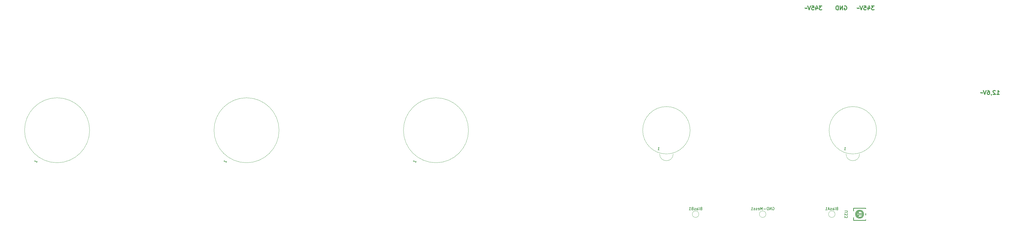
<source format=gbo>
G04 #@! TF.GenerationSoftware,KiCad,Pcbnew,9.0.4*
G04 #@! TF.CreationDate,2025-10-07T22:59:05+02:00*
G04 #@! TF.ProjectId,wb50,77623530-2e6b-4696-9361-645f70636258,rev?*
G04 #@! TF.SameCoordinates,Original*
G04 #@! TF.FileFunction,Legend,Bot*
G04 #@! TF.FilePolarity,Positive*
%FSLAX46Y46*%
G04 Gerber Fmt 4.6, Leading zero omitted, Abs format (unit mm)*
G04 Created by KiCad (PCBNEW 9.0.4) date 2025-10-07 22:59:05*
%MOMM*%
%LPD*%
G01*
G04 APERTURE LIST*
%ADD10C,0.300000*%
%ADD11C,0.150000*%
%ADD12C,0.120000*%
%ADD13C,0.254001*%
%ADD14C,0.059995*%
%ADD15C,3.900000*%
%ADD16C,7.000000*%
%ADD17C,1.800000*%
%ADD18C,3.000000*%
%ADD19C,2.100000*%
%ADD20C,1.300000*%
%ADD21C,2.600000*%
%ADD22C,1.400000*%
%ADD23C,1.600000*%
%ADD24C,4.000000*%
%ADD25C,1.700000*%
%ADD26C,3.800000*%
%ADD27C,1.879604*%
%ADD28C,1.524003*%
%ADD29C,1.500000*%
%ADD30C,3.200000*%
%ADD31C,2.300000*%
%ADD32C,2.000000*%
%ADD33C,2.500000*%
%ADD34C,2.200000*%
%ADD35R,1.800000X2.600000*%
%ADD36O,1.800000X2.600000*%
%ADD37C,3.500000*%
%ADD38C,2.800000*%
%ADD39R,1.400000X1.300000*%
%ADD40R,1.400000X2.000000*%
G04 APERTURE END LIST*
D10*
X457338346Y-179050828D02*
X456409774Y-179050828D01*
X456409774Y-179050828D02*
X456909774Y-179622257D01*
X456909774Y-179622257D02*
X456695489Y-179622257D01*
X456695489Y-179622257D02*
X456552632Y-179693685D01*
X456552632Y-179693685D02*
X456481203Y-179765114D01*
X456481203Y-179765114D02*
X456409774Y-179907971D01*
X456409774Y-179907971D02*
X456409774Y-180265114D01*
X456409774Y-180265114D02*
X456481203Y-180407971D01*
X456481203Y-180407971D02*
X456552632Y-180479400D01*
X456552632Y-180479400D02*
X456695489Y-180550828D01*
X456695489Y-180550828D02*
X457124060Y-180550828D01*
X457124060Y-180550828D02*
X457266917Y-180479400D01*
X457266917Y-180479400D02*
X457338346Y-180407971D01*
X455124061Y-179550828D02*
X455124061Y-180550828D01*
X455481203Y-178979400D02*
X455838346Y-180050828D01*
X455838346Y-180050828D02*
X454909775Y-180050828D01*
X453624061Y-179050828D02*
X454338347Y-179050828D01*
X454338347Y-179050828D02*
X454409775Y-179765114D01*
X454409775Y-179765114D02*
X454338347Y-179693685D01*
X454338347Y-179693685D02*
X454195490Y-179622257D01*
X454195490Y-179622257D02*
X453838347Y-179622257D01*
X453838347Y-179622257D02*
X453695490Y-179693685D01*
X453695490Y-179693685D02*
X453624061Y-179765114D01*
X453624061Y-179765114D02*
X453552632Y-179907971D01*
X453552632Y-179907971D02*
X453552632Y-180265114D01*
X453552632Y-180265114D02*
X453624061Y-180407971D01*
X453624061Y-180407971D02*
X453695490Y-180479400D01*
X453695490Y-180479400D02*
X453838347Y-180550828D01*
X453838347Y-180550828D02*
X454195490Y-180550828D01*
X454195490Y-180550828D02*
X454338347Y-180479400D01*
X454338347Y-180479400D02*
X454409775Y-180407971D01*
X453124061Y-179050828D02*
X452624061Y-180550828D01*
X452624061Y-180550828D02*
X452124061Y-179050828D01*
X451838347Y-179979400D02*
X451766919Y-179907971D01*
X451766919Y-179907971D02*
X451624062Y-179836542D01*
X451624062Y-179836542D02*
X451338347Y-179979400D01*
X451338347Y-179979400D02*
X451195490Y-179907971D01*
X451195490Y-179907971D02*
X451124062Y-179836542D01*
X521909774Y-211800828D02*
X522766917Y-211800828D01*
X522338346Y-211800828D02*
X522338346Y-210300828D01*
X522338346Y-210300828D02*
X522481203Y-210515114D01*
X522481203Y-210515114D02*
X522624060Y-210657971D01*
X522624060Y-210657971D02*
X522766917Y-210729400D01*
X521338346Y-210443685D02*
X521266918Y-210372257D01*
X521266918Y-210372257D02*
X521124061Y-210300828D01*
X521124061Y-210300828D02*
X520766918Y-210300828D01*
X520766918Y-210300828D02*
X520624061Y-210372257D01*
X520624061Y-210372257D02*
X520552632Y-210443685D01*
X520552632Y-210443685D02*
X520481203Y-210586542D01*
X520481203Y-210586542D02*
X520481203Y-210729400D01*
X520481203Y-210729400D02*
X520552632Y-210943685D01*
X520552632Y-210943685D02*
X521409775Y-211800828D01*
X521409775Y-211800828D02*
X520481203Y-211800828D01*
X519766918Y-211729400D02*
X519766918Y-211800828D01*
X519766918Y-211800828D02*
X519838347Y-211943685D01*
X519838347Y-211943685D02*
X519909775Y-212015114D01*
X518481204Y-210300828D02*
X518766918Y-210300828D01*
X518766918Y-210300828D02*
X518909775Y-210372257D01*
X518909775Y-210372257D02*
X518981204Y-210443685D01*
X518981204Y-210443685D02*
X519124061Y-210657971D01*
X519124061Y-210657971D02*
X519195489Y-210943685D01*
X519195489Y-210943685D02*
X519195489Y-211515114D01*
X519195489Y-211515114D02*
X519124061Y-211657971D01*
X519124061Y-211657971D02*
X519052632Y-211729400D01*
X519052632Y-211729400D02*
X518909775Y-211800828D01*
X518909775Y-211800828D02*
X518624061Y-211800828D01*
X518624061Y-211800828D02*
X518481204Y-211729400D01*
X518481204Y-211729400D02*
X518409775Y-211657971D01*
X518409775Y-211657971D02*
X518338346Y-211515114D01*
X518338346Y-211515114D02*
X518338346Y-211157971D01*
X518338346Y-211157971D02*
X518409775Y-211015114D01*
X518409775Y-211015114D02*
X518481204Y-210943685D01*
X518481204Y-210943685D02*
X518624061Y-210872257D01*
X518624061Y-210872257D02*
X518909775Y-210872257D01*
X518909775Y-210872257D02*
X519052632Y-210943685D01*
X519052632Y-210943685D02*
X519124061Y-211015114D01*
X519124061Y-211015114D02*
X519195489Y-211157971D01*
X517909775Y-210300828D02*
X517409775Y-211800828D01*
X517409775Y-211800828D02*
X516909775Y-210300828D01*
X516624061Y-211229400D02*
X516552633Y-211157971D01*
X516552633Y-211157971D02*
X516409776Y-211086542D01*
X516409776Y-211086542D02*
X516124061Y-211229400D01*
X516124061Y-211229400D02*
X515981204Y-211157971D01*
X515981204Y-211157971D02*
X515909776Y-211086542D01*
X476588346Y-179050828D02*
X475659774Y-179050828D01*
X475659774Y-179050828D02*
X476159774Y-179622257D01*
X476159774Y-179622257D02*
X475945489Y-179622257D01*
X475945489Y-179622257D02*
X475802632Y-179693685D01*
X475802632Y-179693685D02*
X475731203Y-179765114D01*
X475731203Y-179765114D02*
X475659774Y-179907971D01*
X475659774Y-179907971D02*
X475659774Y-180265114D01*
X475659774Y-180265114D02*
X475731203Y-180407971D01*
X475731203Y-180407971D02*
X475802632Y-180479400D01*
X475802632Y-180479400D02*
X475945489Y-180550828D01*
X475945489Y-180550828D02*
X476374060Y-180550828D01*
X476374060Y-180550828D02*
X476516917Y-180479400D01*
X476516917Y-180479400D02*
X476588346Y-180407971D01*
X474374061Y-179550828D02*
X474374061Y-180550828D01*
X474731203Y-178979400D02*
X475088346Y-180050828D01*
X475088346Y-180050828D02*
X474159775Y-180050828D01*
X472874061Y-179050828D02*
X473588347Y-179050828D01*
X473588347Y-179050828D02*
X473659775Y-179765114D01*
X473659775Y-179765114D02*
X473588347Y-179693685D01*
X473588347Y-179693685D02*
X473445490Y-179622257D01*
X473445490Y-179622257D02*
X473088347Y-179622257D01*
X473088347Y-179622257D02*
X472945490Y-179693685D01*
X472945490Y-179693685D02*
X472874061Y-179765114D01*
X472874061Y-179765114D02*
X472802632Y-179907971D01*
X472802632Y-179907971D02*
X472802632Y-180265114D01*
X472802632Y-180265114D02*
X472874061Y-180407971D01*
X472874061Y-180407971D02*
X472945490Y-180479400D01*
X472945490Y-180479400D02*
X473088347Y-180550828D01*
X473088347Y-180550828D02*
X473445490Y-180550828D01*
X473445490Y-180550828D02*
X473588347Y-180479400D01*
X473588347Y-180479400D02*
X473659775Y-180407971D01*
X472374061Y-179050828D02*
X471874061Y-180550828D01*
X471874061Y-180550828D02*
X471374061Y-179050828D01*
X471088347Y-179979400D02*
X471016919Y-179907971D01*
X471016919Y-179907971D02*
X470874062Y-179836542D01*
X470874062Y-179836542D02*
X470588347Y-179979400D01*
X470588347Y-179979400D02*
X470445490Y-179907971D01*
X470445490Y-179907971D02*
X470374062Y-179836542D01*
X465659774Y-179122257D02*
X465802632Y-179050828D01*
X465802632Y-179050828D02*
X466016917Y-179050828D01*
X466016917Y-179050828D02*
X466231203Y-179122257D01*
X466231203Y-179122257D02*
X466374060Y-179265114D01*
X466374060Y-179265114D02*
X466445489Y-179407971D01*
X466445489Y-179407971D02*
X466516917Y-179693685D01*
X466516917Y-179693685D02*
X466516917Y-179907971D01*
X466516917Y-179907971D02*
X466445489Y-180193685D01*
X466445489Y-180193685D02*
X466374060Y-180336542D01*
X466374060Y-180336542D02*
X466231203Y-180479400D01*
X466231203Y-180479400D02*
X466016917Y-180550828D01*
X466016917Y-180550828D02*
X465874060Y-180550828D01*
X465874060Y-180550828D02*
X465659774Y-180479400D01*
X465659774Y-180479400D02*
X465588346Y-180407971D01*
X465588346Y-180407971D02*
X465588346Y-179907971D01*
X465588346Y-179907971D02*
X465874060Y-179907971D01*
X464945489Y-180550828D02*
X464945489Y-179050828D01*
X464945489Y-179050828D02*
X464088346Y-180550828D01*
X464088346Y-180550828D02*
X464088346Y-179050828D01*
X463374060Y-180550828D02*
X463374060Y-179050828D01*
X463374060Y-179050828D02*
X463016917Y-179050828D01*
X463016917Y-179050828D02*
X462802631Y-179122257D01*
X462802631Y-179122257D02*
X462659774Y-179265114D01*
X462659774Y-179265114D02*
X462588345Y-179407971D01*
X462588345Y-179407971D02*
X462516917Y-179693685D01*
X462516917Y-179693685D02*
X462516917Y-179907971D01*
X462516917Y-179907971D02*
X462588345Y-180193685D01*
X462588345Y-180193685D02*
X462659774Y-180336542D01*
X462659774Y-180336542D02*
X462802631Y-180479400D01*
X462802631Y-180479400D02*
X463016917Y-180550828D01*
X463016917Y-180550828D02*
X463374060Y-180550828D01*
D11*
X465564285Y-232254819D02*
X466135713Y-232254819D01*
X465849999Y-232254819D02*
X465849999Y-231254819D01*
X465849999Y-231254819D02*
X465945237Y-231397676D01*
X465945237Y-231397676D02*
X466040475Y-231492914D01*
X466040475Y-231492914D02*
X466135713Y-231540533D01*
X396814285Y-232254819D02*
X397385713Y-232254819D01*
X397099999Y-232254819D02*
X397099999Y-231254819D01*
X397099999Y-231254819D02*
X397195237Y-231397676D01*
X397195237Y-231397676D02*
X397290475Y-231492914D01*
X397290475Y-231492914D02*
X397385713Y-231540533D01*
X237619319Y-236951268D02*
X237795901Y-236407807D01*
X237707610Y-236679538D02*
X236756553Y-236370521D01*
X236756553Y-236370521D02*
X236921849Y-236324089D01*
X236921849Y-236324089D02*
X237041856Y-236262943D01*
X237041856Y-236262943D02*
X237116574Y-236187081D01*
X462928571Y-253933009D02*
X462785714Y-253980628D01*
X462785714Y-253980628D02*
X462738095Y-254028247D01*
X462738095Y-254028247D02*
X462690476Y-254123485D01*
X462690476Y-254123485D02*
X462690476Y-254266342D01*
X462690476Y-254266342D02*
X462738095Y-254361580D01*
X462738095Y-254361580D02*
X462785714Y-254409200D01*
X462785714Y-254409200D02*
X462880952Y-254456819D01*
X462880952Y-254456819D02*
X463261904Y-254456819D01*
X463261904Y-254456819D02*
X463261904Y-253456819D01*
X463261904Y-253456819D02*
X462928571Y-253456819D01*
X462928571Y-253456819D02*
X462833333Y-253504438D01*
X462833333Y-253504438D02*
X462785714Y-253552057D01*
X462785714Y-253552057D02*
X462738095Y-253647295D01*
X462738095Y-253647295D02*
X462738095Y-253742533D01*
X462738095Y-253742533D02*
X462785714Y-253837771D01*
X462785714Y-253837771D02*
X462833333Y-253885390D01*
X462833333Y-253885390D02*
X462928571Y-253933009D01*
X462928571Y-253933009D02*
X463261904Y-253933009D01*
X462261904Y-254456819D02*
X462261904Y-253790152D01*
X462261904Y-253456819D02*
X462309523Y-253504438D01*
X462309523Y-253504438D02*
X462261904Y-253552057D01*
X462261904Y-253552057D02*
X462214285Y-253504438D01*
X462214285Y-253504438D02*
X462261904Y-253456819D01*
X462261904Y-253456819D02*
X462261904Y-253552057D01*
X461357143Y-254456819D02*
X461357143Y-253933009D01*
X461357143Y-253933009D02*
X461404762Y-253837771D01*
X461404762Y-253837771D02*
X461500000Y-253790152D01*
X461500000Y-253790152D02*
X461690476Y-253790152D01*
X461690476Y-253790152D02*
X461785714Y-253837771D01*
X461357143Y-254409200D02*
X461452381Y-254456819D01*
X461452381Y-254456819D02*
X461690476Y-254456819D01*
X461690476Y-254456819D02*
X461785714Y-254409200D01*
X461785714Y-254409200D02*
X461833333Y-254313961D01*
X461833333Y-254313961D02*
X461833333Y-254218723D01*
X461833333Y-254218723D02*
X461785714Y-254123485D01*
X461785714Y-254123485D02*
X461690476Y-254075866D01*
X461690476Y-254075866D02*
X461452381Y-254075866D01*
X461452381Y-254075866D02*
X461357143Y-254028247D01*
X460928571Y-254409200D02*
X460833333Y-254456819D01*
X460833333Y-254456819D02*
X460642857Y-254456819D01*
X460642857Y-254456819D02*
X460547619Y-254409200D01*
X460547619Y-254409200D02*
X460500000Y-254313961D01*
X460500000Y-254313961D02*
X460500000Y-254266342D01*
X460500000Y-254266342D02*
X460547619Y-254171104D01*
X460547619Y-254171104D02*
X460642857Y-254123485D01*
X460642857Y-254123485D02*
X460785714Y-254123485D01*
X460785714Y-254123485D02*
X460880952Y-254075866D01*
X460880952Y-254075866D02*
X460928571Y-253980628D01*
X460928571Y-253980628D02*
X460928571Y-253933009D01*
X460928571Y-253933009D02*
X460880952Y-253837771D01*
X460880952Y-253837771D02*
X460785714Y-253790152D01*
X460785714Y-253790152D02*
X460642857Y-253790152D01*
X460642857Y-253790152D02*
X460547619Y-253837771D01*
X460119047Y-254171104D02*
X459642857Y-254171104D01*
X460214285Y-254456819D02*
X459880952Y-253456819D01*
X459880952Y-253456819D02*
X459547619Y-254456819D01*
X458690476Y-254456819D02*
X459261904Y-254456819D01*
X458976190Y-254456819D02*
X458976190Y-253456819D01*
X458976190Y-253456819D02*
X459071428Y-253599676D01*
X459071428Y-253599676D02*
X459166666Y-253694914D01*
X459166666Y-253694914D02*
X459261904Y-253742533D01*
X439166666Y-253504438D02*
X439261904Y-253456819D01*
X439261904Y-253456819D02*
X439404761Y-253456819D01*
X439404761Y-253456819D02*
X439547618Y-253504438D01*
X439547618Y-253504438D02*
X439642856Y-253599676D01*
X439642856Y-253599676D02*
X439690475Y-253694914D01*
X439690475Y-253694914D02*
X439738094Y-253885390D01*
X439738094Y-253885390D02*
X439738094Y-254028247D01*
X439738094Y-254028247D02*
X439690475Y-254218723D01*
X439690475Y-254218723D02*
X439642856Y-254313961D01*
X439642856Y-254313961D02*
X439547618Y-254409200D01*
X439547618Y-254409200D02*
X439404761Y-254456819D01*
X439404761Y-254456819D02*
X439309523Y-254456819D01*
X439309523Y-254456819D02*
X439166666Y-254409200D01*
X439166666Y-254409200D02*
X439119047Y-254361580D01*
X439119047Y-254361580D02*
X439119047Y-254028247D01*
X439119047Y-254028247D02*
X439309523Y-254028247D01*
X438690475Y-254456819D02*
X438690475Y-253456819D01*
X438690475Y-253456819D02*
X438119047Y-254456819D01*
X438119047Y-254456819D02*
X438119047Y-253456819D01*
X437642856Y-254456819D02*
X437642856Y-253456819D01*
X437642856Y-253456819D02*
X437404761Y-253456819D01*
X437404761Y-253456819D02*
X437261904Y-253504438D01*
X437261904Y-253504438D02*
X437166666Y-253599676D01*
X437166666Y-253599676D02*
X437119047Y-253694914D01*
X437119047Y-253694914D02*
X437071428Y-253885390D01*
X437071428Y-253885390D02*
X437071428Y-254028247D01*
X437071428Y-254028247D02*
X437119047Y-254218723D01*
X437119047Y-254218723D02*
X437166666Y-254313961D01*
X437166666Y-254313961D02*
X437261904Y-254409200D01*
X437261904Y-254409200D02*
X437404761Y-254456819D01*
X437404761Y-254456819D02*
X437642856Y-254456819D01*
X436642856Y-254075866D02*
X435880952Y-254075866D01*
X435404761Y-254456819D02*
X435404761Y-253456819D01*
X435404761Y-253456819D02*
X435071428Y-254171104D01*
X435071428Y-254171104D02*
X434738095Y-253456819D01*
X434738095Y-253456819D02*
X434738095Y-254456819D01*
X433880952Y-254409200D02*
X433976190Y-254456819D01*
X433976190Y-254456819D02*
X434166666Y-254456819D01*
X434166666Y-254456819D02*
X434261904Y-254409200D01*
X434261904Y-254409200D02*
X434309523Y-254313961D01*
X434309523Y-254313961D02*
X434309523Y-253933009D01*
X434309523Y-253933009D02*
X434261904Y-253837771D01*
X434261904Y-253837771D02*
X434166666Y-253790152D01*
X434166666Y-253790152D02*
X433976190Y-253790152D01*
X433976190Y-253790152D02*
X433880952Y-253837771D01*
X433880952Y-253837771D02*
X433833333Y-253933009D01*
X433833333Y-253933009D02*
X433833333Y-254028247D01*
X433833333Y-254028247D02*
X434309523Y-254123485D01*
X433452380Y-254409200D02*
X433357142Y-254456819D01*
X433357142Y-254456819D02*
X433166666Y-254456819D01*
X433166666Y-254456819D02*
X433071428Y-254409200D01*
X433071428Y-254409200D02*
X433023809Y-254313961D01*
X433023809Y-254313961D02*
X433023809Y-254266342D01*
X433023809Y-254266342D02*
X433071428Y-254171104D01*
X433071428Y-254171104D02*
X433166666Y-254123485D01*
X433166666Y-254123485D02*
X433309523Y-254123485D01*
X433309523Y-254123485D02*
X433404761Y-254075866D01*
X433404761Y-254075866D02*
X433452380Y-253980628D01*
X433452380Y-253980628D02*
X433452380Y-253933009D01*
X433452380Y-253933009D02*
X433404761Y-253837771D01*
X433404761Y-253837771D02*
X433309523Y-253790152D01*
X433309523Y-253790152D02*
X433166666Y-253790152D01*
X433166666Y-253790152D02*
X433071428Y-253837771D01*
X432642856Y-254409200D02*
X432547618Y-254456819D01*
X432547618Y-254456819D02*
X432357142Y-254456819D01*
X432357142Y-254456819D02*
X432261904Y-254409200D01*
X432261904Y-254409200D02*
X432214285Y-254313961D01*
X432214285Y-254313961D02*
X432214285Y-254266342D01*
X432214285Y-254266342D02*
X432261904Y-254171104D01*
X432261904Y-254171104D02*
X432357142Y-254123485D01*
X432357142Y-254123485D02*
X432499999Y-254123485D01*
X432499999Y-254123485D02*
X432595237Y-254075866D01*
X432595237Y-254075866D02*
X432642856Y-253980628D01*
X432642856Y-253980628D02*
X432642856Y-253933009D01*
X432642856Y-253933009D02*
X432595237Y-253837771D01*
X432595237Y-253837771D02*
X432499999Y-253790152D01*
X432499999Y-253790152D02*
X432357142Y-253790152D01*
X432357142Y-253790152D02*
X432261904Y-253837771D01*
X431261904Y-254456819D02*
X431833332Y-254456819D01*
X431547618Y-254456819D02*
X431547618Y-253456819D01*
X431547618Y-253456819D02*
X431642856Y-253599676D01*
X431642856Y-253599676D02*
X431738094Y-253694914D01*
X431738094Y-253694914D02*
X431833332Y-253742533D01*
X167744320Y-236951268D02*
X167920902Y-236407807D01*
X167832611Y-236679538D02*
X166881554Y-236370521D01*
X166881554Y-236370521D02*
X167046850Y-236324089D01*
X167046850Y-236324089D02*
X167166857Y-236262943D01*
X167166857Y-236262943D02*
X167241575Y-236187081D01*
X307494319Y-236951268D02*
X307670901Y-236407807D01*
X307582610Y-236679538D02*
X306631553Y-236370521D01*
X306631553Y-236370521D02*
X306796849Y-236324089D01*
X306796849Y-236324089D02*
X306916856Y-236262943D01*
X306916856Y-236262943D02*
X306991574Y-236187081D01*
X465804870Y-254761905D02*
X466614393Y-254761905D01*
X466614393Y-254761905D02*
X466709631Y-254809524D01*
X466709631Y-254809524D02*
X466757251Y-254857143D01*
X466757251Y-254857143D02*
X466804870Y-254952381D01*
X466804870Y-254952381D02*
X466804870Y-255142857D01*
X466804870Y-255142857D02*
X466757251Y-255238095D01*
X466757251Y-255238095D02*
X466709631Y-255285714D01*
X466709631Y-255285714D02*
X466614393Y-255333333D01*
X466614393Y-255333333D02*
X465804870Y-255333333D01*
X465804870Y-255714286D02*
X465804870Y-256333333D01*
X465804870Y-256333333D02*
X466185822Y-256000000D01*
X466185822Y-256000000D02*
X466185822Y-256142857D01*
X466185822Y-256142857D02*
X466233441Y-256238095D01*
X466233441Y-256238095D02*
X466281060Y-256285714D01*
X466281060Y-256285714D02*
X466376298Y-256333333D01*
X466376298Y-256333333D02*
X466614393Y-256333333D01*
X466614393Y-256333333D02*
X466709631Y-256285714D01*
X466709631Y-256285714D02*
X466757251Y-256238095D01*
X466757251Y-256238095D02*
X466804870Y-256142857D01*
X466804870Y-256142857D02*
X466804870Y-255857143D01*
X466804870Y-255857143D02*
X466757251Y-255761905D01*
X466757251Y-255761905D02*
X466709631Y-255714286D01*
X465804870Y-256666667D02*
X465804870Y-257285714D01*
X465804870Y-257285714D02*
X466185822Y-256952381D01*
X466185822Y-256952381D02*
X466185822Y-257095238D01*
X466185822Y-257095238D02*
X466233441Y-257190476D01*
X466233441Y-257190476D02*
X466281060Y-257238095D01*
X466281060Y-257238095D02*
X466376298Y-257285714D01*
X466376298Y-257285714D02*
X466614393Y-257285714D01*
X466614393Y-257285714D02*
X466709631Y-257238095D01*
X466709631Y-257238095D02*
X466757251Y-257190476D01*
X466757251Y-257190476D02*
X466804870Y-257095238D01*
X466804870Y-257095238D02*
X466804870Y-256809524D01*
X466804870Y-256809524D02*
X466757251Y-256714286D01*
X466757251Y-256714286D02*
X466709631Y-256666667D01*
X412749999Y-253933009D02*
X412607142Y-253980628D01*
X412607142Y-253980628D02*
X412559523Y-254028247D01*
X412559523Y-254028247D02*
X412511904Y-254123485D01*
X412511904Y-254123485D02*
X412511904Y-254266342D01*
X412511904Y-254266342D02*
X412559523Y-254361580D01*
X412559523Y-254361580D02*
X412607142Y-254409200D01*
X412607142Y-254409200D02*
X412702380Y-254456819D01*
X412702380Y-254456819D02*
X413083332Y-254456819D01*
X413083332Y-254456819D02*
X413083332Y-253456819D01*
X413083332Y-253456819D02*
X412749999Y-253456819D01*
X412749999Y-253456819D02*
X412654761Y-253504438D01*
X412654761Y-253504438D02*
X412607142Y-253552057D01*
X412607142Y-253552057D02*
X412559523Y-253647295D01*
X412559523Y-253647295D02*
X412559523Y-253742533D01*
X412559523Y-253742533D02*
X412607142Y-253837771D01*
X412607142Y-253837771D02*
X412654761Y-253885390D01*
X412654761Y-253885390D02*
X412749999Y-253933009D01*
X412749999Y-253933009D02*
X413083332Y-253933009D01*
X412083332Y-254456819D02*
X412083332Y-253790152D01*
X412083332Y-253456819D02*
X412130951Y-253504438D01*
X412130951Y-253504438D02*
X412083332Y-253552057D01*
X412083332Y-253552057D02*
X412035713Y-253504438D01*
X412035713Y-253504438D02*
X412083332Y-253456819D01*
X412083332Y-253456819D02*
X412083332Y-253552057D01*
X411178571Y-254456819D02*
X411178571Y-253933009D01*
X411178571Y-253933009D02*
X411226190Y-253837771D01*
X411226190Y-253837771D02*
X411321428Y-253790152D01*
X411321428Y-253790152D02*
X411511904Y-253790152D01*
X411511904Y-253790152D02*
X411607142Y-253837771D01*
X411178571Y-254409200D02*
X411273809Y-254456819D01*
X411273809Y-254456819D02*
X411511904Y-254456819D01*
X411511904Y-254456819D02*
X411607142Y-254409200D01*
X411607142Y-254409200D02*
X411654761Y-254313961D01*
X411654761Y-254313961D02*
X411654761Y-254218723D01*
X411654761Y-254218723D02*
X411607142Y-254123485D01*
X411607142Y-254123485D02*
X411511904Y-254075866D01*
X411511904Y-254075866D02*
X411273809Y-254075866D01*
X411273809Y-254075866D02*
X411178571Y-254028247D01*
X410749999Y-254409200D02*
X410654761Y-254456819D01*
X410654761Y-254456819D02*
X410464285Y-254456819D01*
X410464285Y-254456819D02*
X410369047Y-254409200D01*
X410369047Y-254409200D02*
X410321428Y-254313961D01*
X410321428Y-254313961D02*
X410321428Y-254266342D01*
X410321428Y-254266342D02*
X410369047Y-254171104D01*
X410369047Y-254171104D02*
X410464285Y-254123485D01*
X410464285Y-254123485D02*
X410607142Y-254123485D01*
X410607142Y-254123485D02*
X410702380Y-254075866D01*
X410702380Y-254075866D02*
X410749999Y-253980628D01*
X410749999Y-253980628D02*
X410749999Y-253933009D01*
X410749999Y-253933009D02*
X410702380Y-253837771D01*
X410702380Y-253837771D02*
X410607142Y-253790152D01*
X410607142Y-253790152D02*
X410464285Y-253790152D01*
X410464285Y-253790152D02*
X410369047Y-253837771D01*
X409559523Y-253933009D02*
X409416666Y-253980628D01*
X409416666Y-253980628D02*
X409369047Y-254028247D01*
X409369047Y-254028247D02*
X409321428Y-254123485D01*
X409321428Y-254123485D02*
X409321428Y-254266342D01*
X409321428Y-254266342D02*
X409369047Y-254361580D01*
X409369047Y-254361580D02*
X409416666Y-254409200D01*
X409416666Y-254409200D02*
X409511904Y-254456819D01*
X409511904Y-254456819D02*
X409892856Y-254456819D01*
X409892856Y-254456819D02*
X409892856Y-253456819D01*
X409892856Y-253456819D02*
X409559523Y-253456819D01*
X409559523Y-253456819D02*
X409464285Y-253504438D01*
X409464285Y-253504438D02*
X409416666Y-253552057D01*
X409416666Y-253552057D02*
X409369047Y-253647295D01*
X409369047Y-253647295D02*
X409369047Y-253742533D01*
X409369047Y-253742533D02*
X409416666Y-253837771D01*
X409416666Y-253837771D02*
X409464285Y-253885390D01*
X409464285Y-253885390D02*
X409559523Y-253933009D01*
X409559523Y-253933009D02*
X409892856Y-253933009D01*
X408369047Y-254456819D02*
X408940475Y-254456819D01*
X408654761Y-254456819D02*
X408654761Y-253456819D01*
X408654761Y-253456819D02*
X408749999Y-253599676D01*
X408749999Y-253599676D02*
X408845237Y-253694914D01*
X408845237Y-253694914D02*
X408940475Y-253742533D01*
D12*
G04 #@! TO.C,V4*
X471250000Y-233750000D02*
G75*
G02*
X466250000Y-233750000I-2500000J0D01*
G01*
X477500000Y-225000000D02*
G75*
G02*
X460000000Y-225000000I-8750000J0D01*
G01*
X460000000Y-225000000D02*
G75*
G02*
X477500000Y-225000000I8750000J0D01*
G01*
G04 #@! TO.C,V5*
X402500000Y-233750000D02*
G75*
G02*
X397500000Y-233750000I-2500000J0D01*
G01*
X408750000Y-225000000D02*
G75*
G02*
X391250000Y-225000000I-8750000J0D01*
G01*
X391250000Y-225000000D02*
G75*
G02*
X408750000Y-225000000I8750000J0D01*
G01*
G04 #@! TO.C,V2*
X257125000Y-225000000D02*
G75*
G02*
X233125000Y-225000000I-12000000J0D01*
G01*
X233125000Y-225000000D02*
G75*
G02*
X257125000Y-225000000I12000000J0D01*
G01*
G04 #@! TO.C,BiasA1*
X462200000Y-256000000D02*
G75*
G02*
X459800000Y-256000000I-1200000J0D01*
G01*
X459800000Y-256000000D02*
G75*
G02*
X462200000Y-256000000I1200000J0D01*
G01*
G04 #@! TO.C,GND-Mess1*
X436700000Y-256000000D02*
G75*
G02*
X434300000Y-256000000I-1200000J0D01*
G01*
X434300000Y-256000000D02*
G75*
G02*
X436700000Y-256000000I1200000J0D01*
G01*
G04 #@! TO.C,V1*
X187250000Y-225000000D02*
G75*
G02*
X163250000Y-225000000I-12000000J0D01*
G01*
X163250000Y-225000000D02*
G75*
G02*
X187250000Y-225000000I12000000J0D01*
G01*
G04 #@! TO.C,V3*
X327000000Y-225000000D02*
G75*
G02*
X303000000Y-225000000I-12000000J0D01*
G01*
X303000000Y-225000000D02*
G75*
G02*
X327000000Y-225000000I12000000J0D01*
G01*
D13*
G04 #@! TO.C,U33*
X468999911Y-253749987D02*
X473499962Y-253749987D01*
X473499962Y-253749987D02*
X473499962Y-253968834D01*
X468999911Y-254768860D02*
X468999911Y-253749987D01*
X473499962Y-255731140D02*
X473499962Y-256268860D01*
X470233947Y-255745999D02*
X472265951Y-255745999D01*
X470233947Y-256254001D02*
X472265951Y-256254001D01*
X473499962Y-258031166D02*
X473499962Y-258159004D01*
X468999911Y-258250013D02*
X468999911Y-257231140D01*
X468999911Y-258250013D02*
X473499962Y-258250013D01*
X470868872Y-255364999D02*
G75*
G02*
X470614872Y-255364999I-127000J0D01*
G01*
X470614872Y-255364999D02*
G75*
G02*
X470868872Y-255364999I127000J0D01*
G01*
X472385763Y-256000000D02*
G75*
G02*
X470113983Y-256000000I-1135890J0D01*
G01*
X470113983Y-256000000D02*
G75*
G02*
X472385763Y-256000000I1135890J0D01*
G01*
X472730950Y-256000000D02*
G75*
G02*
X469768796Y-256000000I-1481077J0D01*
G01*
X469768796Y-256000000D02*
G75*
G02*
X472730950Y-256000000I1481077J0D01*
G01*
X470868873Y-256635001D02*
G75*
G02*
X470614871Y-256635001I-127001J0D01*
G01*
X470614871Y-256635001D02*
G75*
G02*
X470868873Y-256635001I127001J0D01*
G01*
D14*
X474379997Y-258250013D02*
G75*
G02*
X474320003Y-258250013I-29997J0D01*
G01*
X474320003Y-258250013D02*
G75*
G02*
X474379997Y-258250013I29997J0D01*
G01*
D12*
G04 #@! TO.C,BiasB1*
X411950000Y-256000000D02*
G75*
G02*
X409550000Y-256000000I-1200000J0D01*
G01*
X409550000Y-256000000D02*
G75*
G02*
X411950000Y-256000000I1200000J0D01*
G01*
G04 #@! TD*
%LPC*%
D15*
G04 #@! TO.C,MH8*
X361500000Y-152000000D03*
D16*
X361500000Y-152000000D03*
G04 #@! TD*
D15*
G04 #@! TO.C,MH7*
X217500000Y-152000000D03*
D16*
X217500000Y-152000000D03*
G04 #@! TD*
D15*
G04 #@! TO.C,MH6*
X520500000Y-226500000D03*
D16*
X520500000Y-226500000D03*
G04 #@! TD*
D15*
G04 #@! TO.C,MH5*
X520500000Y-269750000D03*
D16*
X520500000Y-269750000D03*
G04 #@! TD*
D15*
G04 #@! TO.C,MH4*
X123750000Y-262500000D03*
D16*
X123750000Y-262500000D03*
G04 #@! TD*
D15*
G04 #@! TO.C,MH3*
X123750000Y-200500000D03*
D16*
X123750000Y-200500000D03*
G04 #@! TD*
D17*
G04 #@! TO.C,R7*
X205500000Y-254750000D03*
X205500000Y-269750000D03*
G04 #@! TD*
G04 #@! TO.C,D4*
X211850013Y-236750000D03*
X203149987Y-236750000D03*
G04 #@! TD*
D18*
G04 #@! TO.C,X-BS-2*
X268000000Y-260750000D03*
G04 #@! TD*
D19*
G04 #@! TO.C,C10*
X312750000Y-182250000D03*
X312750000Y-177250000D03*
G04 #@! TD*
D20*
G04 #@! TO.C,R17*
X301150114Y-228250000D03*
X290849886Y-228250000D03*
G04 #@! TD*
G04 #@! TO.C,C1*
X501750000Y-199500000D03*
X503750000Y-199500000D03*
G04 #@! TD*
D17*
G04 #@! TO.C,R16*
X333000000Y-253500000D03*
X333000000Y-238500000D03*
G04 #@! TD*
D19*
G04 #@! TO.C,RELAY1*
X210790005Y-250830010D03*
X210790005Y-248290005D03*
X210790005Y-240669990D03*
X205709995Y-240669990D03*
X205709995Y-248290005D03*
X205709995Y-250830010D03*
G04 #@! TD*
D21*
G04 #@! TO.C,J1*
X151000000Y-269500000D03*
X151000000Y-263200000D03*
X151000000Y-256900000D03*
X134800000Y-256900000D03*
X134800000Y-263200000D03*
X134800000Y-269500000D03*
G04 #@! TD*
D22*
G04 #@! TO.C,R28*
X464899924Y-247000000D03*
X475100076Y-247000000D03*
G04 #@! TD*
D23*
G04 #@! TO.C,U30*
X345969964Y-198500000D03*
X381530036Y-198500000D03*
G04 #@! TD*
D21*
G04 #@! TO.C,RV4*
X377900000Y-270200000D03*
X382900000Y-270200000D03*
X387900000Y-270200000D03*
G04 #@! TD*
D24*
G04 #@! TO.C,X9*
X321000000Y-120750000D03*
G04 #@! TD*
D23*
G04 #@! TO.C,R27*
X258500000Y-186250000D03*
X239500000Y-186250000D03*
G04 #@! TD*
D25*
G04 #@! TO.C,U14*
X283250000Y-235750000D03*
X283250000Y-261250000D03*
G04 #@! TD*
D21*
G04 #@! TO.C,MH2*
X515540259Y-189354953D03*
D26*
X515540259Y-189354953D03*
G04 #@! TD*
D17*
G04 #@! TO.C,D2*
X441649987Y-191250000D03*
X450350013Y-191250000D03*
G04 #@! TD*
D19*
G04 #@! TO.C,C8*
X398500000Y-186750000D03*
X398500000Y-181750000D03*
G04 #@! TD*
D23*
G04 #@! TO.C,U29*
X451280036Y-202000000D03*
X415719964Y-202000000D03*
G04 #@! TD*
G04 #@! TO.C,C14*
X505020003Y-232500000D03*
X502479997Y-232500000D03*
G04 #@! TD*
D27*
G04 #@! TO.C,R6*
X191250000Y-235250064D03*
X191250000Y-221749936D03*
G04 #@! TD*
D28*
G04 #@! TO.C,U20*
X313000000Y-189000064D03*
X313000000Y-204499936D03*
G04 #@! TD*
D29*
G04 #@! TO.C,U22*
X375999873Y-261750000D03*
X389000127Y-261750000D03*
G04 #@! TD*
D25*
G04 #@! TO.C,U13*
X262900000Y-220750000D03*
X271600000Y-220750000D03*
G04 #@! TD*
D21*
G04 #@! TO.C,RV1*
X497900000Y-270200000D03*
X502900000Y-270200000D03*
X507900000Y-270200000D03*
G04 #@! TD*
D18*
G04 #@! TO.C,X-BS-1*
X250750000Y-260750000D03*
G04 #@! TD*
D25*
G04 #@! TO.C,U9*
X237900000Y-271000000D03*
X246600000Y-271000000D03*
G04 #@! TD*
D22*
G04 #@! TO.C,R21*
X342899924Y-258750000D03*
X353100076Y-258750000D03*
G04 #@! TD*
D18*
G04 #@! TO.C,Audio-B1*
X381250000Y-220000000D03*
G04 #@! TD*
D25*
G04 #@! TO.C,U11*
X224750000Y-237850000D03*
X224750000Y-229150000D03*
G04 #@! TD*
D18*
G04 #@! TO.C,AC-IN1*
X455000000Y-183250000D03*
G04 #@! TD*
D25*
G04 #@! TO.C,U10*
X237900000Y-265750000D03*
X246600000Y-265750000D03*
G04 #@! TD*
D23*
G04 #@! TO.C,C12*
X229500000Y-186290005D03*
X229500000Y-181209995D03*
G04 #@! TD*
D17*
G04 #@! TO.C,R3*
X192250000Y-186250000D03*
X177250000Y-186250000D03*
G04 #@! TD*
D30*
G04 #@! TO.C,U1*
X490040246Y-189354953D03*
X515540373Y-189354953D03*
G04 #@! TD*
D18*
G04 #@! TO.C,X2*
X189750000Y-271750000D03*
G04 #@! TD*
G04 #@! TO.C,THUMP1*
X360750000Y-256000000D03*
G04 #@! TD*
G04 #@! TO.C,AC-IN3*
X474500000Y-183250000D03*
G04 #@! TD*
D31*
G04 #@! TO.C,U18*
X329999936Y-234000000D03*
X349500064Y-234000000D03*
G04 #@! TD*
D25*
G04 #@! TO.C,U7*
X147000000Y-245250000D03*
X172500000Y-245250000D03*
G04 #@! TD*
D18*
G04 #@! TO.C,THUMP2*
X396000000Y-251250000D03*
G04 #@! TD*
D21*
G04 #@! TO.C,J3*
X304650000Y-91950000D03*
X304650000Y-98250000D03*
X304650000Y-104550000D03*
X320850000Y-104550000D03*
X320850000Y-98250000D03*
X320850000Y-91950000D03*
G04 #@! TD*
D18*
G04 #@! TO.C,AC-IN4*
X521000000Y-206000000D03*
G04 #@! TD*
D23*
G04 #@! TO.C,R19*
X305500000Y-239500000D03*
X324500000Y-239500000D03*
G04 #@! TD*
D22*
G04 #@! TO.C,R4*
X160850076Y-221750000D03*
X150649924Y-221750000D03*
G04 #@! TD*
D17*
G04 #@! TO.C,D6*
X319649987Y-270000000D03*
X328350013Y-270000000D03*
G04 #@! TD*
D19*
G04 #@! TO.C,RELAY2*
X240209995Y-250169990D03*
X240209995Y-252709995D03*
X240209995Y-260330010D03*
X245290005Y-260330010D03*
X245290005Y-252709995D03*
X245290005Y-250169990D03*
G04 #@! TD*
D18*
G04 #@! TO.C,Audo-From-FX1*
X241250000Y-152000000D03*
G04 #@! TD*
D29*
G04 #@! TO.C,R32*
X489500000Y-207499873D03*
X489500000Y-220500127D03*
G04 #@! TD*
D18*
G04 #@! TO.C,X-BS-3*
X259500000Y-260750000D03*
G04 #@! TD*
D21*
G04 #@! TO.C,MH1*
X490040259Y-189354953D03*
D26*
X490040259Y-189354953D03*
G04 #@! TD*
D32*
G04 #@! TO.C,U31*
X435499936Y-187500000D03*
X413000064Y-187500000D03*
G04 #@! TD*
D25*
G04 #@! TO.C,U21*
X313650000Y-208000000D03*
X322350000Y-208000000D03*
G04 #@! TD*
D20*
G04 #@! TO.C,R22*
X463599886Y-202500000D03*
X473900114Y-202500000D03*
G04 #@! TD*
D17*
G04 #@! TO.C,R12*
X271500000Y-191750000D03*
X271500000Y-206750000D03*
G04 #@! TD*
D24*
G04 #@! TO.C,X12*
X304000000Y-120750000D03*
G04 #@! TD*
D18*
G04 #@! TO.C,HV-OT2*
X382750000Y-179500000D03*
G04 #@! TD*
D24*
G04 #@! TO.C,AC-IN8*
X430000000Y-230000000D03*
G04 #@! TD*
D21*
G04 #@! TO.C,RV3*
X417900000Y-270200000D03*
X422900000Y-270200000D03*
X427900000Y-270200000D03*
G04 #@! TD*
D24*
G04 #@! TO.C,AC-IN6*
X441500000Y-230000000D03*
G04 #@! TD*
D20*
G04 #@! TO.C,R23*
X394849886Y-202750000D03*
X405150114Y-202750000D03*
G04 #@! TD*
D25*
G04 #@! TO.C,U17*
X328250000Y-248750000D03*
X302750000Y-248750000D03*
G04 #@! TD*
D18*
G04 #@! TO.C,Audio-To-FX1*
X265750000Y-152000000D03*
G04 #@! TD*
D33*
G04 #@! TO.C,Choke1*
X390500000Y-180250000D03*
G04 #@! TD*
D25*
G04 #@! TO.C,U16*
X263150000Y-242500000D03*
X271850000Y-242500000D03*
G04 #@! TD*
D21*
G04 #@! TO.C,RV2*
X457900000Y-270200000D03*
X462900000Y-270200000D03*
X467900000Y-270200000D03*
G04 #@! TD*
D29*
G04 #@! TO.C,U4*
X219000127Y-186250000D03*
X205999873Y-186250000D03*
G04 #@! TD*
D18*
G04 #@! TO.C,AC-IN2*
X464750000Y-183250000D03*
G04 #@! TD*
D19*
G04 #@! TO.C,RELAY3*
X321000000Y-256339980D03*
X321000000Y-258879985D03*
X321000000Y-266500000D03*
X326080010Y-266500000D03*
X326080010Y-258879985D03*
X326080010Y-256339980D03*
G04 #@! TD*
D23*
G04 #@! TO.C,R26*
X302000000Y-186500000D03*
X283000000Y-186500000D03*
G04 #@! TD*
D19*
G04 #@! TO.C,C9*
X358000000Y-186500000D03*
X358000000Y-181500000D03*
G04 #@! TD*
D17*
G04 #@! TO.C,R14*
X259500000Y-228250000D03*
X274500000Y-228250000D03*
G04 #@! TD*
D18*
G04 #@! TO.C,AC-IN5*
X521250000Y-217000000D03*
G04 #@! TD*
G04 #@! TO.C,X1*
X200500000Y-271750000D03*
G04 #@! TD*
D25*
G04 #@! TO.C,U8*
X215000000Y-209250000D03*
X215000000Y-234750000D03*
G04 #@! TD*
D27*
G04 #@! TO.C,R15*
X260499936Y-235500000D03*
X274000064Y-235500000D03*
G04 #@! TD*
D25*
G04 #@! TO.C,U15*
X295750000Y-235750000D03*
X295750000Y-261250000D03*
G04 #@! TD*
D18*
G04 #@! TO.C,Audio-A1*
X450500000Y-220000000D03*
G04 #@! TD*
D22*
G04 #@! TO.C,R10*
X230000000Y-238350076D03*
X230000000Y-228149924D03*
G04 #@! TD*
D17*
G04 #@! TO.C,D5*
X238649987Y-245250000D03*
X247350013Y-245250000D03*
G04 #@! TD*
D22*
G04 #@! TO.C,R31*
X426850076Y-256000000D03*
X416649924Y-256000000D03*
G04 #@! TD*
D24*
G04 #@! TO.C,AC-IN7*
X435000000Y-219000000D03*
G04 #@! TD*
D27*
G04 #@! TO.C,R13*
X230250000Y-221749936D03*
X230250000Y-207250064D03*
G04 #@! TD*
D21*
G04 #@! TO.C,RV7*
X257900000Y-270200000D03*
X262900000Y-270200000D03*
X267900000Y-270200000D03*
G04 #@! TD*
D31*
G04 #@! TO.C,U5*
X178999936Y-245250000D03*
X198500064Y-245250000D03*
G04 #@! TD*
D25*
G04 #@! TO.C,U23*
X379450000Y-243250000D03*
X339050000Y-243250000D03*
G04 #@! TD*
D22*
G04 #@! TO.C,R30*
X453600076Y-256000000D03*
X443399924Y-256000000D03*
G04 #@! TD*
D31*
G04 #@! TO.C,U32*
X345750064Y-186500000D03*
X326249936Y-186500000D03*
G04 #@! TD*
D17*
G04 #@! TO.C,D1*
X441649987Y-183250000D03*
X450350013Y-183250000D03*
G04 #@! TD*
D25*
G04 #@! TO.C,U26*
X330000000Y-210000000D03*
X355500000Y-210000000D03*
G04 #@! TD*
D17*
G04 #@! TO.C,R24*
X390500127Y-186750000D03*
X367499873Y-186750000D03*
G04 #@! TD*
D34*
G04 #@! TO.C,C2*
X502000000Y-212500064D03*
X502000000Y-219999936D03*
G04 #@! TD*
D17*
G04 #@! TO.C,R20*
X322250000Y-189250000D03*
X322250000Y-204250000D03*
G04 #@! TD*
D27*
G04 #@! TO.C,R1*
X140500000Y-245000064D03*
X140500000Y-231499936D03*
G04 #@! TD*
D25*
G04 #@! TO.C,U12*
X264250000Y-195400000D03*
X264250000Y-204100000D03*
G04 #@! TD*
D34*
G04 #@! TO.C,C7*
X222750000Y-204499936D03*
X222750000Y-197000064D03*
G04 #@! TD*
D25*
G04 #@! TO.C,U6*
X189100000Y-179750000D03*
X180400000Y-179750000D03*
G04 #@! TD*
D23*
G04 #@! TO.C,R25*
X345750000Y-177250000D03*
X326750000Y-177250000D03*
G04 #@! TD*
D17*
G04 #@! TO.C,R5*
X195000000Y-254750000D03*
X195000000Y-269750000D03*
G04 #@! TD*
D23*
G04 #@! TO.C,C5*
X157270003Y-214250000D03*
X154729997Y-214250000D03*
G04 #@! TD*
D21*
G04 #@! TO.C,J2*
X181000000Y-269500000D03*
X181000000Y-263200000D03*
X181000000Y-256900000D03*
X164800000Y-256900000D03*
X164800000Y-263200000D03*
X164800000Y-269500000D03*
G04 #@! TD*
D35*
G04 #@! TO.C,U2*
X505330264Y-186259906D03*
D36*
X502790259Y-186259906D03*
X500250000Y-186250000D03*
G04 #@! TD*
D25*
G04 #@! TO.C,U25*
X330000000Y-220250000D03*
X355500000Y-220250000D03*
G04 #@! TD*
D23*
G04 #@! TO.C,C11*
X271500000Y-186330010D03*
X271500000Y-181250000D03*
G04 #@! TD*
D29*
G04 #@! TO.C,U28*
X367750000Y-228000127D03*
X367750000Y-214999873D03*
G04 #@! TD*
D20*
G04 #@! TO.C,R2*
X134500000Y-242900114D03*
X134500000Y-232599886D03*
G04 #@! TD*
D18*
G04 #@! TO.C,HV-OT1*
X409000000Y-179500000D03*
G04 #@! TD*
D20*
G04 #@! TO.C,R18*
X330349886Y-228250000D03*
X340650114Y-228250000D03*
G04 #@! TD*
D21*
G04 #@! TO.C,RV5*
X337900000Y-270200000D03*
X342900000Y-270200000D03*
X347900000Y-270200000D03*
G04 #@! TD*
G04 #@! TO.C,RV6*
X297900000Y-270200000D03*
X302900000Y-270200000D03*
X307900000Y-270200000D03*
G04 #@! TD*
G04 #@! TO.C,J4*
X337150000Y-91950000D03*
X337150000Y-98250000D03*
X337150000Y-104550000D03*
X353350000Y-104550000D03*
X353350000Y-98250000D03*
X353350000Y-91950000D03*
G04 #@! TD*
D25*
G04 #@! TO.C,U24*
X365000000Y-253750000D03*
X390500000Y-253750000D03*
G04 #@! TD*
D22*
G04 #@! TO.C,R11*
X223250000Y-223350076D03*
X223250000Y-213149924D03*
G04 #@! TD*
D17*
G04 #@! TO.C,D3*
X494000000Y-226649987D03*
X494000000Y-235350013D03*
G04 #@! TD*
D23*
G04 #@! TO.C,C6*
X205000000Y-224270003D03*
X205000000Y-221729997D03*
G04 #@! TD*
D17*
G04 #@! TO.C,R9*
X206750000Y-195500000D03*
X191750000Y-195500000D03*
G04 #@! TD*
D21*
G04 #@! TO.C,RV8*
X217900000Y-270200000D03*
X222900000Y-270200000D03*
X227900000Y-270200000D03*
G04 #@! TD*
D23*
G04 #@! TO.C,C13*
X487770003Y-244000000D03*
X485229997Y-244000000D03*
G04 #@! TD*
D25*
G04 #@! TO.C,U19*
X481800000Y-256000000D03*
X522200000Y-256000000D03*
G04 #@! TD*
D22*
G04 #@! TO.C,R8*
X197750000Y-228350076D03*
X197750000Y-218149924D03*
G04 #@! TD*
D33*
G04 #@! TO.C,Choke2*
X367750000Y-180000000D03*
G04 #@! TD*
D22*
G04 #@! TO.C,R29*
X492149924Y-240250000D03*
X502350076Y-240250000D03*
G04 #@! TD*
D29*
G04 #@! TO.C,U27*
X362000000Y-214999873D03*
X362000000Y-228000127D03*
G04 #@! TD*
D37*
G04 #@! TO.C,V4*
X463775000Y-237010000D03*
X456740000Y-229975000D03*
X456740000Y-220025000D03*
X463775000Y-212990000D03*
X473725000Y-212990000D03*
X480760000Y-220025000D03*
X480760000Y-229975000D03*
X473725000Y-237010000D03*
G04 #@! TD*
G04 #@! TO.C,V5*
X395025000Y-237010000D03*
X387990000Y-229975000D03*
X387990000Y-220025000D03*
X395025000Y-212990000D03*
X404975000Y-212990000D03*
X412010000Y-220025000D03*
X412010000Y-229975000D03*
X404975000Y-237010000D03*
G04 #@! TD*
D38*
G04 #@! TO.C,V2*
X238952978Y-233494490D03*
X235138522Y-228244821D03*
X235138907Y-221755322D03*
X238953028Y-216504980D03*
X245124665Y-214499989D03*
X251297022Y-216505510D03*
X255111478Y-221755179D03*
X255111093Y-228244678D03*
X251296972Y-233495020D03*
G04 #@! TD*
D32*
G04 #@! TO.C,BiasA1*
X461000000Y-256000000D03*
G04 #@! TD*
G04 #@! TO.C,GND-Mess1*
X435500000Y-256000000D03*
G04 #@! TD*
D38*
G04 #@! TO.C,V1*
X169077978Y-233494490D03*
X165263522Y-228244821D03*
X165263907Y-221755322D03*
X169078028Y-216504980D03*
X175249665Y-214499989D03*
X181422022Y-216505510D03*
X185236478Y-221755179D03*
X185236093Y-228244678D03*
X181421972Y-233495020D03*
G04 #@! TD*
G04 #@! TO.C,V3*
X308827978Y-233494490D03*
X305013522Y-228244821D03*
X305013907Y-221755322D03*
X308828028Y-216504980D03*
X314999665Y-214499989D03*
X321172022Y-216505510D03*
X324986478Y-221755179D03*
X324986093Y-228244678D03*
X321171972Y-233495020D03*
G04 #@! TD*
D39*
G04 #@! TO.C,U33*
X474149949Y-257150114D03*
D40*
X468350051Y-256000000D03*
D39*
X474149949Y-254849886D03*
G04 #@! TD*
D32*
G04 #@! TO.C,BiasB1*
X410750000Y-256000000D03*
G04 #@! TD*
D24*
G04 #@! TO.C,N2*
X379500000Y-186250000D03*
X374500000Y-186250000D03*
G04 #@! TD*
G04 #@! TO.C,N1*
X481750000Y-193250000D03*
X486750000Y-193250000D03*
G04 #@! TD*
%LPD*%
M02*

</source>
